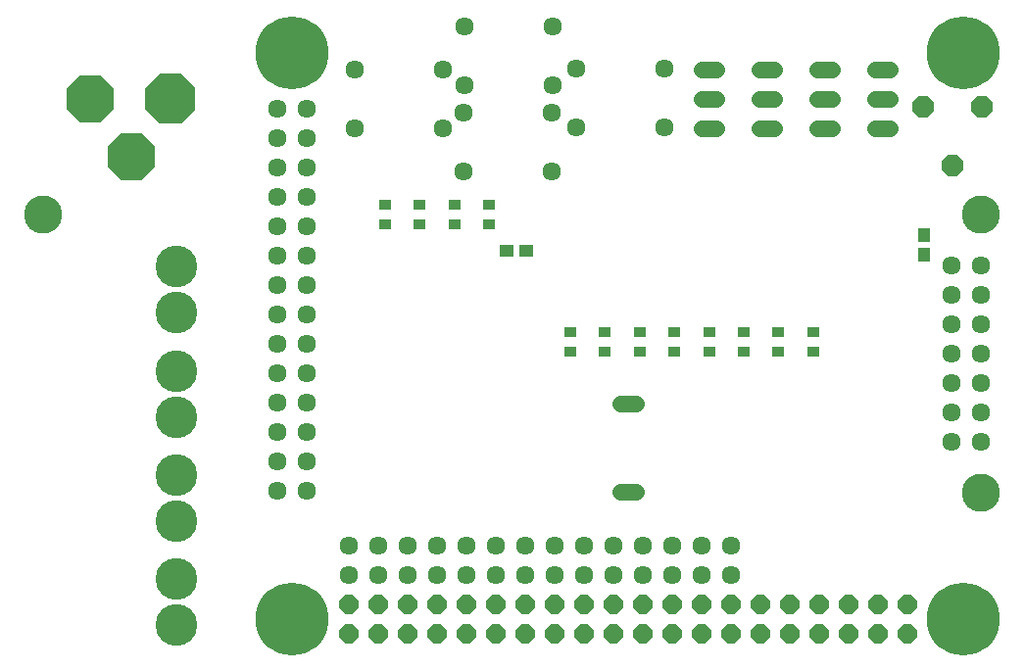
<source format=gts>
G75*
%MOIN*%
%OFA0B0*%
%FSLAX24Y24*%
%IPPOS*%
%LPD*%
%AMOC8*
5,1,8,0,0,1.08239X$1,22.5*
%
%ADD10C,0.0634*%
%ADD11R,0.0440X0.0340*%
%ADD12OC8,0.0749*%
%ADD13C,0.0555*%
%ADD14C,0.2481*%
%ADD15OC8,0.0640*%
%ADD16C,0.1418*%
%ADD17OC8,0.1700*%
%ADD18OC8,0.1615*%
%ADD19R,0.0434X0.0473*%
%ADD20R,0.0473X0.0434*%
%ADD21C,0.1300*%
D10*
X009861Y007876D03*
X010861Y007876D03*
X010861Y008876D03*
X009861Y008876D03*
X009861Y009876D03*
X010861Y009876D03*
X010861Y010876D03*
X009861Y010876D03*
X009861Y011876D03*
X010861Y011876D03*
X010861Y012876D03*
X009861Y012876D03*
X009861Y013876D03*
X010861Y013876D03*
X010861Y014876D03*
X009861Y014876D03*
X009861Y015876D03*
X010861Y015876D03*
X010861Y016876D03*
X009861Y016876D03*
X009861Y017876D03*
X010861Y017876D03*
X010861Y018876D03*
X009861Y018876D03*
X009861Y019876D03*
X010861Y019876D03*
X010861Y020876D03*
X009861Y020876D03*
X012475Y020222D03*
X012475Y022222D03*
X015475Y022222D03*
X016204Y021671D03*
X016200Y020754D03*
X015475Y020222D03*
X016200Y018754D03*
X019200Y018754D03*
X020023Y020246D03*
X019200Y020754D03*
X019204Y021671D03*
X020023Y022246D03*
X019204Y023671D03*
X016204Y023671D03*
X023023Y022246D03*
X023023Y020246D03*
X032786Y015557D03*
X032786Y014557D03*
X033786Y014557D03*
X033786Y015557D03*
X033786Y013557D03*
X032786Y013557D03*
X032786Y012557D03*
X032786Y011557D03*
X033786Y011557D03*
X033786Y012557D03*
X033786Y010557D03*
X032786Y010557D03*
X032786Y009557D03*
X033786Y009557D03*
X025279Y006002D03*
X024279Y006002D03*
X024279Y005002D03*
X025279Y005002D03*
X023279Y005002D03*
X023279Y006002D03*
X022279Y006002D03*
X021279Y006002D03*
X021279Y005002D03*
X022279Y005002D03*
X020279Y005002D03*
X020279Y006002D03*
X019279Y006002D03*
X018279Y006002D03*
X018279Y005002D03*
X019279Y005002D03*
X017279Y005002D03*
X017279Y006002D03*
X016279Y006002D03*
X015279Y006002D03*
X015279Y005002D03*
X016279Y005002D03*
X014279Y005002D03*
X013279Y005002D03*
X013279Y006002D03*
X014279Y006002D03*
X012279Y006002D03*
X012279Y005002D03*
D11*
X019810Y012606D03*
X019810Y013295D03*
X020991Y013295D03*
X020991Y012606D03*
X022172Y012606D03*
X022172Y013295D03*
X023353Y013295D03*
X023353Y012606D03*
X024534Y012606D03*
X024534Y013295D03*
X025716Y013295D03*
X025716Y012606D03*
X026897Y012606D03*
X026897Y013295D03*
X028078Y013295D03*
X028078Y012606D03*
X017054Y016937D03*
X017054Y017626D03*
X015873Y017626D03*
X015873Y016937D03*
X014692Y016937D03*
X014692Y017626D03*
X013511Y017626D03*
X013511Y016937D03*
D12*
X031822Y020943D03*
X033822Y020943D03*
X032822Y018943D03*
D13*
X030697Y020218D02*
X030182Y020218D01*
X030182Y021218D02*
X030697Y021218D01*
X030697Y022218D02*
X030182Y022218D01*
X028729Y022218D02*
X028214Y022218D01*
X028214Y021218D02*
X028729Y021218D01*
X028729Y020218D02*
X028214Y020218D01*
X026760Y020218D02*
X026245Y020218D01*
X026245Y021218D02*
X026760Y021218D01*
X026760Y022218D02*
X026245Y022218D01*
X024792Y022218D02*
X024277Y022218D01*
X024277Y021218D02*
X024792Y021218D01*
X024792Y020218D02*
X024277Y020218D01*
X022036Y010852D02*
X021521Y010852D01*
X021521Y007852D02*
X022036Y007852D01*
D14*
X033196Y003502D03*
X010361Y003502D03*
X010361Y022793D03*
X033196Y022793D03*
D15*
X031279Y004002D03*
X030279Y004002D03*
X029279Y004002D03*
X028279Y004002D03*
X027279Y004002D03*
X026279Y004002D03*
X025279Y004002D03*
X024279Y004002D03*
X023279Y004002D03*
X022279Y004002D03*
X021279Y004002D03*
X020279Y004002D03*
X019279Y004002D03*
X018279Y004002D03*
X017279Y004002D03*
X016279Y004002D03*
X015279Y004002D03*
X014279Y004002D03*
X013279Y004002D03*
X012279Y004002D03*
X012279Y003002D03*
X013279Y003002D03*
X014279Y003002D03*
X015279Y003002D03*
X016279Y003002D03*
X017279Y003002D03*
X018279Y003002D03*
X019279Y003002D03*
X020279Y003002D03*
X021279Y003002D03*
X022279Y003002D03*
X023279Y003002D03*
X024279Y003002D03*
X025279Y003002D03*
X026279Y003002D03*
X027279Y003002D03*
X028279Y003002D03*
X029279Y003002D03*
X030279Y003002D03*
X031279Y003002D03*
D16*
X006424Y003313D03*
X006424Y004872D03*
X006424Y006856D03*
X006424Y008415D03*
X006424Y010400D03*
X006424Y011959D03*
X006424Y013943D03*
X006424Y015502D03*
D17*
X006227Y021218D03*
D18*
X004869Y019250D03*
X003471Y021218D03*
D19*
X031853Y016573D03*
X031853Y015903D03*
D20*
X018310Y016045D03*
X017641Y016045D03*
D21*
X001897Y017281D03*
X033786Y017281D03*
X033786Y007833D03*
M02*

</source>
